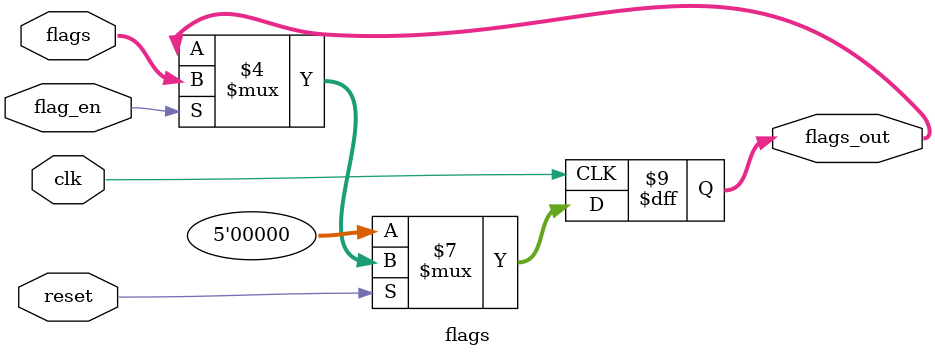
<source format=v>

module flags(input clk,
				 input reset, 
				 input [4:0] flags,
				 input flag_en, 
				 output reg [4:0] flags_out);

				 
always @(posedge clk)begin
		if(reset == 0)begin
				flags_out <= 0;
		end else begin
					if(flag_en)begin
						flags_out <= flags;
					end else begin
						flags_out <= flags_out;
					end
		end 
end 				 
endmodule
</source>
